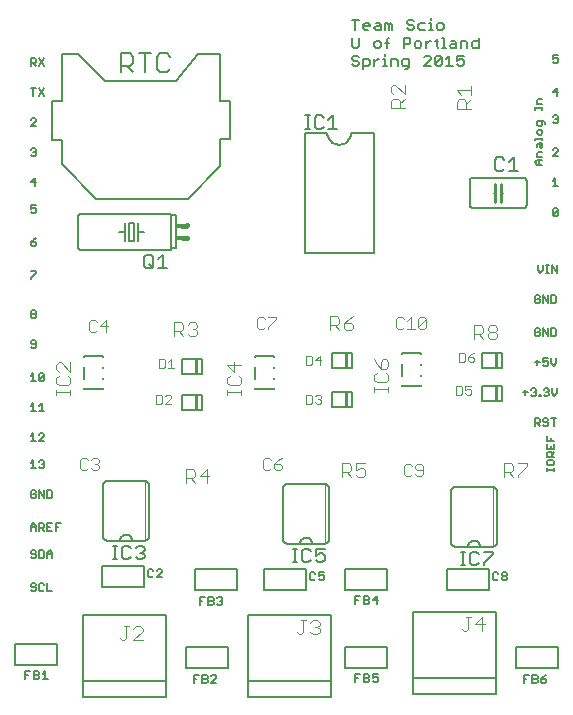
<source format=gto>
G75*
%MOIN*%
%OFA0B0*%
%FSLAX24Y24*%
%IPPOS*%
%LPD*%
%AMOC8*
5,1,8,0,0,1.08239X$1,22.5*
%
%ADD10C,0.0060*%
%ADD11C,0.0050*%
%ADD12C,0.0100*%
%ADD13C,0.0160*%
%ADD14R,0.0230X0.0160*%
%ADD15C,0.0040*%
%ADD16C,0.0020*%
%ADD17C,0.0080*%
%ADD18C,0.0030*%
D10*
X002410Y007132D02*
X002410Y007393D01*
X002583Y007393D01*
X002705Y007393D02*
X002835Y007393D01*
X002878Y007349D01*
X002878Y007306D01*
X002835Y007262D01*
X002705Y007262D01*
X002705Y007132D02*
X002835Y007132D01*
X002878Y007176D01*
X002878Y007219D01*
X002835Y007262D01*
X002999Y007306D02*
X003086Y007393D01*
X003086Y007132D01*
X002999Y007132D02*
X003173Y007132D01*
X002705Y007132D02*
X002705Y007393D01*
X002497Y007262D02*
X002410Y007262D01*
X005160Y011752D02*
X006400Y011752D01*
X006423Y011754D01*
X006446Y011759D01*
X006468Y011768D01*
X006488Y011781D01*
X006506Y011796D01*
X006521Y011814D01*
X006534Y011834D01*
X006543Y011856D01*
X006548Y011879D01*
X006550Y011902D01*
X006550Y013602D01*
X006548Y013625D01*
X006543Y013648D01*
X006534Y013670D01*
X006521Y013690D01*
X006506Y013708D01*
X006488Y013723D01*
X006468Y013736D01*
X006446Y013745D01*
X006423Y013750D01*
X006400Y013752D01*
X005160Y013752D01*
X005137Y013750D01*
X005114Y013745D01*
X005092Y013736D01*
X005072Y013723D01*
X005054Y013708D01*
X005039Y013690D01*
X005026Y013670D01*
X005017Y013648D01*
X005012Y013625D01*
X005010Y013602D01*
X005010Y011902D01*
X005012Y011879D01*
X005017Y011856D01*
X005026Y011834D01*
X005039Y011814D01*
X005054Y011796D01*
X005072Y011781D01*
X005092Y011768D01*
X005114Y011759D01*
X005137Y011754D01*
X005160Y011752D01*
X005580Y011752D02*
X005582Y011779D01*
X005587Y011806D01*
X005597Y011832D01*
X005609Y011856D01*
X005625Y011878D01*
X005643Y011898D01*
X005665Y011915D01*
X005688Y011930D01*
X005713Y011940D01*
X005739Y011948D01*
X005766Y011952D01*
X005794Y011952D01*
X005821Y011948D01*
X005847Y011940D01*
X005872Y011930D01*
X005895Y011915D01*
X005917Y011898D01*
X005935Y011878D01*
X005951Y011856D01*
X005963Y011832D01*
X005973Y011806D01*
X005978Y011779D01*
X005980Y011752D01*
X006553Y010793D02*
X006510Y010749D01*
X006510Y010576D01*
X006553Y010532D01*
X006640Y010532D01*
X006683Y010576D01*
X006805Y010532D02*
X006978Y010706D01*
X006978Y010749D01*
X006935Y010793D01*
X006848Y010793D01*
X006805Y010749D01*
X006683Y010749D02*
X006640Y010793D01*
X006553Y010793D01*
X006805Y010532D02*
X006978Y010532D01*
X008226Y009873D02*
X008226Y009612D01*
X008226Y009742D02*
X008313Y009742D01*
X008226Y009873D02*
X008400Y009873D01*
X008521Y009873D02*
X008651Y009873D01*
X008694Y009829D01*
X008694Y009786D01*
X008651Y009742D01*
X008521Y009742D01*
X008521Y009612D02*
X008651Y009612D01*
X008694Y009656D01*
X008694Y009699D01*
X008651Y009742D01*
X008521Y009612D02*
X008521Y009873D01*
X008815Y009829D02*
X008859Y009873D01*
X008945Y009873D01*
X008989Y009829D01*
X008989Y009786D01*
X008945Y009742D01*
X008989Y009699D01*
X008989Y009656D01*
X008945Y009612D01*
X008859Y009612D01*
X008815Y009656D01*
X008902Y009742D02*
X008945Y009742D01*
X008745Y007273D02*
X008659Y007273D01*
X008615Y007229D01*
X008494Y007229D02*
X008494Y007186D01*
X008451Y007142D01*
X008321Y007142D01*
X008321Y007012D02*
X008321Y007273D01*
X008451Y007273D01*
X008494Y007229D01*
X008451Y007142D02*
X008494Y007099D01*
X008494Y007056D01*
X008451Y007012D01*
X008321Y007012D01*
X008113Y007142D02*
X008026Y007142D01*
X008026Y007012D02*
X008026Y007273D01*
X008200Y007273D01*
X008615Y007012D02*
X008789Y007186D01*
X008789Y007229D01*
X008745Y007273D01*
X008789Y007012D02*
X008615Y007012D01*
X011953Y010432D02*
X012040Y010432D01*
X012083Y010476D01*
X012205Y010476D02*
X012248Y010432D01*
X012335Y010432D01*
X012378Y010476D01*
X012378Y010562D01*
X012335Y010606D01*
X012291Y010606D01*
X012205Y010562D01*
X012205Y010693D01*
X012378Y010693D01*
X012083Y010649D02*
X012040Y010693D01*
X011953Y010693D01*
X011910Y010649D01*
X011910Y010476D01*
X011953Y010432D01*
X011980Y011652D02*
X011978Y011679D01*
X011973Y011706D01*
X011963Y011732D01*
X011951Y011756D01*
X011935Y011778D01*
X011917Y011798D01*
X011895Y011815D01*
X011872Y011830D01*
X011847Y011840D01*
X011821Y011848D01*
X011794Y011852D01*
X011766Y011852D01*
X011739Y011848D01*
X011713Y011840D01*
X011688Y011830D01*
X011665Y011815D01*
X011643Y011798D01*
X011625Y011778D01*
X011609Y011756D01*
X011597Y011732D01*
X011587Y011706D01*
X011582Y011679D01*
X011580Y011652D01*
X011160Y011652D02*
X012400Y011652D01*
X012423Y011654D01*
X012446Y011659D01*
X012468Y011668D01*
X012488Y011681D01*
X012506Y011696D01*
X012521Y011714D01*
X012534Y011734D01*
X012543Y011756D01*
X012548Y011779D01*
X012550Y011802D01*
X012550Y013502D01*
X012548Y013525D01*
X012543Y013548D01*
X012534Y013570D01*
X012521Y013590D01*
X012506Y013608D01*
X012488Y013623D01*
X012468Y013636D01*
X012446Y013645D01*
X012423Y013650D01*
X012400Y013652D01*
X011160Y013652D01*
X011137Y013650D01*
X011114Y013645D01*
X011092Y013636D01*
X011072Y013623D01*
X011054Y013608D01*
X011039Y013590D01*
X011026Y013570D01*
X011017Y013548D01*
X011012Y013525D01*
X011010Y013502D01*
X011010Y011802D01*
X011012Y011779D01*
X011017Y011756D01*
X011026Y011734D01*
X011039Y011714D01*
X011054Y011696D01*
X011072Y011681D01*
X011092Y011668D01*
X011114Y011659D01*
X011137Y011654D01*
X011160Y011652D01*
X013410Y009893D02*
X013410Y009632D01*
X013410Y009762D02*
X013497Y009762D01*
X013583Y009893D02*
X013410Y009893D01*
X013705Y009893D02*
X013705Y009632D01*
X013835Y009632D01*
X013878Y009676D01*
X013878Y009719D01*
X013835Y009762D01*
X013705Y009762D01*
X013835Y009762D02*
X013878Y009806D01*
X013878Y009849D01*
X013835Y009893D01*
X013705Y009893D01*
X013999Y009762D02*
X014173Y009762D01*
X014129Y009632D02*
X014129Y009893D01*
X013999Y009762D01*
X013999Y007293D02*
X013999Y007162D01*
X014086Y007206D01*
X014129Y007206D01*
X014173Y007162D01*
X014173Y007076D01*
X014129Y007032D01*
X014043Y007032D01*
X013999Y007076D01*
X013878Y007076D02*
X013835Y007032D01*
X013705Y007032D01*
X013705Y007293D01*
X013835Y007293D01*
X013878Y007249D01*
X013878Y007206D01*
X013835Y007162D01*
X013705Y007162D01*
X013835Y007162D02*
X013878Y007119D01*
X013878Y007076D01*
X013999Y007293D02*
X014173Y007293D01*
X013583Y007293D02*
X013410Y007293D01*
X013410Y007032D01*
X013410Y007162D02*
X013497Y007162D01*
X016760Y011552D02*
X018000Y011552D01*
X018023Y011554D01*
X018046Y011559D01*
X018068Y011568D01*
X018088Y011581D01*
X018106Y011596D01*
X018121Y011614D01*
X018134Y011634D01*
X018143Y011656D01*
X018148Y011679D01*
X018150Y011702D01*
X018150Y013402D01*
X018148Y013425D01*
X018143Y013448D01*
X018134Y013470D01*
X018121Y013490D01*
X018106Y013508D01*
X018088Y013523D01*
X018068Y013536D01*
X018046Y013545D01*
X018023Y013550D01*
X018000Y013552D01*
X016760Y013552D01*
X016737Y013550D01*
X016714Y013545D01*
X016692Y013536D01*
X016672Y013523D01*
X016654Y013508D01*
X016639Y013490D01*
X016626Y013470D01*
X016617Y013448D01*
X016612Y013425D01*
X016610Y013402D01*
X016610Y011702D01*
X016612Y011679D01*
X016617Y011656D01*
X016626Y011634D01*
X016639Y011614D01*
X016654Y011596D01*
X016672Y011581D01*
X016692Y011568D01*
X016714Y011559D01*
X016737Y011554D01*
X016760Y011552D01*
X017180Y011552D02*
X017182Y011579D01*
X017187Y011606D01*
X017197Y011632D01*
X017209Y011656D01*
X017225Y011678D01*
X017243Y011698D01*
X017265Y011715D01*
X017288Y011730D01*
X017313Y011740D01*
X017339Y011748D01*
X017366Y011752D01*
X017394Y011752D01*
X017421Y011748D01*
X017447Y011740D01*
X017472Y011730D01*
X017495Y011715D01*
X017517Y011698D01*
X017535Y011678D01*
X017551Y011656D01*
X017563Y011632D01*
X017573Y011606D01*
X017578Y011579D01*
X017580Y011552D01*
X018053Y010693D02*
X018010Y010649D01*
X018010Y010476D01*
X018053Y010432D01*
X018140Y010432D01*
X018183Y010476D01*
X018305Y010476D02*
X018305Y010519D01*
X018348Y010562D01*
X018435Y010562D01*
X018478Y010519D01*
X018478Y010476D01*
X018435Y010432D01*
X018348Y010432D01*
X018305Y010476D01*
X018348Y010562D02*
X018305Y010606D01*
X018305Y010649D01*
X018348Y010693D01*
X018435Y010693D01*
X018478Y010649D01*
X018478Y010606D01*
X018435Y010562D01*
X018183Y010649D02*
X018140Y010693D01*
X018053Y010693D01*
X019026Y007273D02*
X019200Y007273D01*
X019321Y007273D02*
X019451Y007273D01*
X019494Y007229D01*
X019494Y007186D01*
X019451Y007142D01*
X019321Y007142D01*
X019321Y007012D02*
X019321Y007273D01*
X019451Y007142D02*
X019494Y007099D01*
X019494Y007056D01*
X019451Y007012D01*
X019321Y007012D01*
X019113Y007142D02*
X019026Y007142D01*
X019026Y007012D02*
X019026Y007273D01*
X019615Y007142D02*
X019745Y007142D01*
X019789Y007099D01*
X019789Y007056D01*
X019745Y007012D01*
X019659Y007012D01*
X019615Y007056D01*
X019615Y007142D01*
X019702Y007229D01*
X019789Y007273D01*
X015599Y016893D02*
X014961Y016893D01*
X014961Y016930D01*
X014961Y017247D02*
X014961Y017658D01*
X014961Y017975D02*
X014961Y018012D01*
X015599Y018012D01*
X015599Y017975D01*
X015599Y017658D02*
X015599Y017621D01*
X015599Y017284D02*
X015599Y017247D01*
X015599Y016930D02*
X015599Y016893D01*
X014030Y021352D02*
X011730Y021352D01*
X011730Y025352D01*
X012480Y025352D01*
X012482Y025313D01*
X012488Y025274D01*
X012497Y025236D01*
X012510Y025199D01*
X012527Y025163D01*
X012547Y025130D01*
X012571Y025098D01*
X012597Y025069D01*
X012626Y025043D01*
X012658Y025019D01*
X012691Y024999D01*
X012727Y024982D01*
X012764Y024969D01*
X012802Y024960D01*
X012841Y024954D01*
X012880Y024952D01*
X012919Y024954D01*
X012958Y024960D01*
X012996Y024969D01*
X013033Y024982D01*
X013069Y024999D01*
X013102Y025019D01*
X013134Y025043D01*
X013163Y025069D01*
X013189Y025098D01*
X013213Y025130D01*
X013233Y025163D01*
X013250Y025199D01*
X013263Y025236D01*
X013272Y025274D01*
X013278Y025313D01*
X013280Y025352D01*
X014030Y025352D01*
X014030Y021352D01*
X017230Y022952D02*
X017230Y023752D01*
X017232Y023769D01*
X017236Y023786D01*
X017243Y023802D01*
X017253Y023816D01*
X017266Y023829D01*
X017280Y023839D01*
X017296Y023846D01*
X017313Y023850D01*
X017330Y023852D01*
X019030Y023852D01*
X019047Y023850D01*
X019064Y023846D01*
X019080Y023839D01*
X019094Y023829D01*
X019107Y023816D01*
X019117Y023802D01*
X019124Y023786D01*
X019128Y023769D01*
X019130Y023752D01*
X019130Y022952D01*
X019128Y022935D01*
X019124Y022918D01*
X019117Y022902D01*
X019107Y022888D01*
X019094Y022875D01*
X019080Y022865D01*
X019064Y022858D01*
X019047Y022854D01*
X019030Y022852D01*
X017330Y022852D01*
X017313Y022854D01*
X017296Y022858D01*
X017280Y022865D01*
X017266Y022875D01*
X017253Y022888D01*
X017243Y022902D01*
X017236Y022918D01*
X017232Y022935D01*
X017230Y022952D01*
X018030Y023352D02*
X018080Y023352D01*
X018280Y023352D02*
X018330Y023352D01*
X016979Y027582D02*
X016866Y027582D01*
X016809Y027639D01*
X016809Y027753D02*
X016922Y027809D01*
X016979Y027809D01*
X017036Y027753D01*
X017036Y027639D01*
X016979Y027582D01*
X016809Y027753D02*
X016809Y027923D01*
X017036Y027923D01*
X016932Y028182D02*
X016932Y028409D01*
X017102Y028409D01*
X017159Y028353D01*
X017159Y028182D01*
X017300Y028239D02*
X017300Y028353D01*
X017357Y028409D01*
X017527Y028409D01*
X017527Y028523D02*
X017527Y028182D01*
X017357Y028182D01*
X017300Y028239D01*
X016790Y028182D02*
X016620Y028182D01*
X016563Y028239D01*
X016620Y028296D01*
X016790Y028296D01*
X016790Y028353D02*
X016790Y028182D01*
X016790Y028353D02*
X016734Y028409D01*
X016620Y028409D01*
X016375Y028523D02*
X016375Y028182D01*
X016431Y028182D02*
X016318Y028182D01*
X016186Y028182D02*
X016129Y028239D01*
X016129Y028466D01*
X016072Y028409D02*
X016186Y028409D01*
X016318Y028523D02*
X016375Y028523D01*
X016304Y028782D02*
X016190Y028782D01*
X016134Y028839D01*
X016134Y028953D01*
X016190Y029009D01*
X016304Y029009D01*
X016361Y028953D01*
X016361Y028839D01*
X016304Y028782D01*
X016002Y028782D02*
X015888Y028782D01*
X015945Y028782D02*
X015945Y029009D01*
X015888Y029009D01*
X015945Y029123D02*
X015945Y029179D01*
X015747Y029009D02*
X015577Y029009D01*
X015520Y028953D01*
X015520Y028839D01*
X015577Y028782D01*
X015747Y028782D01*
X015378Y028839D02*
X015322Y028782D01*
X015208Y028782D01*
X015152Y028839D01*
X015208Y028953D02*
X015322Y028953D01*
X015378Y028896D01*
X015378Y028839D01*
X015208Y028953D02*
X015152Y029009D01*
X015152Y029066D01*
X015208Y029123D01*
X015322Y029123D01*
X015378Y029066D01*
X015199Y028523D02*
X015029Y028523D01*
X015029Y028182D01*
X015029Y028296D02*
X015199Y028296D01*
X015256Y028353D01*
X015256Y028466D01*
X015199Y028523D01*
X015397Y028353D02*
X015397Y028239D01*
X015454Y028182D01*
X015567Y028182D01*
X015624Y028239D01*
X015624Y028353D01*
X015567Y028409D01*
X015454Y028409D01*
X015397Y028353D01*
X015765Y028409D02*
X015765Y028182D01*
X015765Y028296D02*
X015879Y028409D01*
X015936Y028409D01*
X015874Y027923D02*
X015761Y027923D01*
X015704Y027866D01*
X015874Y027923D02*
X015931Y027866D01*
X015931Y027809D01*
X015704Y027582D01*
X015931Y027582D01*
X016072Y027639D02*
X016072Y027866D01*
X016129Y027923D01*
X016243Y027923D01*
X016299Y027866D01*
X016072Y027639D01*
X016129Y027582D01*
X016243Y027582D01*
X016299Y027639D01*
X016299Y027866D01*
X016441Y027809D02*
X016554Y027923D01*
X016554Y027582D01*
X016441Y027582D02*
X016668Y027582D01*
X015194Y027582D02*
X015024Y027582D01*
X014967Y027639D01*
X014967Y027753D01*
X015024Y027809D01*
X015194Y027809D01*
X015194Y027526D01*
X015138Y027469D01*
X015081Y027469D01*
X014826Y027582D02*
X014826Y027753D01*
X014769Y027809D01*
X014599Y027809D01*
X014599Y027582D01*
X014467Y027582D02*
X014354Y027582D01*
X014410Y027582D02*
X014410Y027809D01*
X014354Y027809D01*
X014410Y027923D02*
X014410Y027979D01*
X014472Y028182D02*
X014472Y028466D01*
X014528Y028523D01*
X014528Y028353D02*
X014415Y028353D01*
X014273Y028353D02*
X014217Y028409D01*
X014103Y028409D01*
X014047Y028353D01*
X014047Y028239D01*
X014103Y028182D01*
X014217Y028182D01*
X014273Y028239D01*
X014273Y028353D01*
X014217Y027809D02*
X014160Y027809D01*
X014047Y027696D01*
X014047Y027809D02*
X014047Y027582D01*
X013905Y027639D02*
X013848Y027582D01*
X013678Y027582D01*
X013678Y027469D02*
X013678Y027809D01*
X013848Y027809D01*
X013905Y027753D01*
X013905Y027639D01*
X013537Y027639D02*
X013480Y027582D01*
X013367Y027582D01*
X013310Y027639D01*
X013367Y027753D02*
X013310Y027809D01*
X013310Y027866D01*
X013367Y027923D01*
X013480Y027923D01*
X013537Y027866D01*
X013480Y027753D02*
X013537Y027696D01*
X013537Y027639D01*
X013480Y027753D02*
X013367Y027753D01*
X013367Y028182D02*
X013310Y028239D01*
X013310Y028523D01*
X013423Y028782D02*
X013423Y029123D01*
X013310Y029123D02*
X013537Y029123D01*
X013678Y028953D02*
X013735Y029009D01*
X013848Y029009D01*
X013905Y028953D01*
X013905Y028896D01*
X013678Y028896D01*
X013678Y028839D02*
X013678Y028953D01*
X013678Y028839D02*
X013735Y028782D01*
X013848Y028782D01*
X014047Y028839D02*
X014103Y028896D01*
X014273Y028896D01*
X014273Y028953D02*
X014273Y028782D01*
X014103Y028782D01*
X014047Y028839D01*
X014103Y029009D02*
X014217Y029009D01*
X014273Y028953D01*
X014415Y029009D02*
X014415Y028782D01*
X014528Y028782D02*
X014528Y028953D01*
X014585Y029009D01*
X014642Y028953D01*
X014642Y028782D01*
X014528Y028953D02*
X014472Y029009D01*
X014415Y029009D01*
X013537Y028523D02*
X013537Y028239D01*
X013480Y028182D01*
X013367Y028182D01*
X007430Y022602D02*
X007430Y021502D01*
X007280Y021502D01*
X007280Y022602D01*
X007280Y022652D01*
X004280Y022652D01*
X004263Y022650D01*
X004246Y022646D01*
X004230Y022639D01*
X004216Y022629D01*
X004203Y022616D01*
X004193Y022602D01*
X004186Y022586D01*
X004182Y022569D01*
X004180Y022552D01*
X004180Y021552D01*
X004182Y021535D01*
X004186Y021518D01*
X004193Y021502D01*
X004203Y021488D01*
X004216Y021475D01*
X004230Y021465D01*
X004246Y021458D01*
X004263Y021454D01*
X004280Y021452D01*
X007280Y021452D01*
X007280Y021502D01*
X006380Y022052D02*
X006180Y022052D01*
X006180Y022352D01*
X006030Y022352D02*
X005880Y022352D01*
X005880Y021752D01*
X006030Y021752D01*
X006030Y022352D01*
X005730Y022352D02*
X005730Y022052D01*
X005530Y022052D01*
X005730Y022052D02*
X005730Y021752D01*
X006180Y021752D02*
X006180Y022052D01*
X007280Y022602D02*
X007430Y022602D01*
X004999Y017912D02*
X004361Y017912D01*
X004361Y017875D01*
X004361Y017558D02*
X004361Y017147D01*
X004361Y016830D02*
X004361Y016793D01*
X004999Y016793D01*
X004999Y016830D01*
X004999Y017147D02*
X004999Y017184D01*
X004999Y017521D02*
X004999Y017558D01*
X004999Y017875D02*
X004999Y017912D01*
X010061Y017875D02*
X010061Y017912D01*
X010699Y017912D01*
X010699Y017875D01*
X010699Y017558D02*
X010699Y017521D01*
X010699Y017184D02*
X010699Y017147D01*
X010699Y016830D02*
X010699Y016793D01*
X010061Y016793D01*
X010061Y016830D01*
X010061Y017147D02*
X010061Y017558D01*
D11*
X007097Y006535D02*
X004341Y006535D01*
X004341Y007086D01*
X007097Y007086D01*
X007097Y009291D01*
X004341Y009291D01*
X004341Y007086D01*
X003324Y010077D02*
X003157Y010077D01*
X003157Y010328D01*
X003048Y010286D02*
X003006Y010328D01*
X002923Y010328D01*
X002881Y010286D01*
X002881Y010119D01*
X002923Y010077D01*
X003006Y010077D01*
X003048Y010119D01*
X002772Y010119D02*
X002730Y010077D01*
X002647Y010077D01*
X002605Y010119D01*
X002647Y010202D02*
X002730Y010202D01*
X002772Y010161D01*
X002772Y010119D01*
X002647Y010202D02*
X002605Y010244D01*
X002605Y010286D01*
X002647Y010328D01*
X002730Y010328D01*
X002772Y010286D01*
X002730Y011177D02*
X002647Y011177D01*
X002605Y011219D01*
X002647Y011302D02*
X002730Y011302D01*
X002772Y011261D01*
X002772Y011219D01*
X002730Y011177D01*
X002647Y011302D02*
X002605Y011344D01*
X002605Y011386D01*
X002647Y011428D01*
X002730Y011428D01*
X002772Y011386D01*
X002881Y011428D02*
X003006Y011428D01*
X003048Y011386D01*
X003048Y011219D01*
X003006Y011177D01*
X002881Y011177D01*
X002881Y011428D01*
X003157Y011344D02*
X003157Y011177D01*
X003157Y011302D02*
X003324Y011302D01*
X003324Y011344D02*
X003324Y011177D01*
X003324Y011344D02*
X003241Y011428D01*
X003157Y011344D01*
X003157Y012077D02*
X003324Y012077D01*
X003434Y012077D02*
X003434Y012328D01*
X003601Y012328D01*
X003517Y012202D02*
X003434Y012202D01*
X003324Y012328D02*
X003157Y012328D01*
X003157Y012077D01*
X003048Y012077D02*
X002965Y012161D01*
X003006Y012161D02*
X002881Y012161D01*
X002881Y012077D02*
X002881Y012328D01*
X003006Y012328D01*
X003048Y012286D01*
X003048Y012202D01*
X003006Y012161D01*
X003157Y012202D02*
X003241Y012202D01*
X002772Y012202D02*
X002605Y012202D01*
X002605Y012244D02*
X002605Y012077D01*
X002772Y012077D02*
X002772Y012244D01*
X002688Y012328D01*
X002605Y012244D01*
X002647Y013177D02*
X002730Y013177D01*
X002772Y013219D01*
X002772Y013302D01*
X002688Y013302D01*
X002605Y013219D02*
X002647Y013177D01*
X002605Y013219D02*
X002605Y013386D01*
X002647Y013428D01*
X002730Y013428D01*
X002772Y013386D01*
X002881Y013428D02*
X003048Y013177D01*
X003048Y013428D01*
X003157Y013428D02*
X003283Y013428D01*
X003324Y013386D01*
X003324Y013219D01*
X003283Y013177D01*
X003157Y013177D01*
X003157Y013428D01*
X002881Y013428D02*
X002881Y013177D01*
X002923Y014177D02*
X002881Y014219D01*
X002923Y014177D02*
X003006Y014177D01*
X003048Y014219D01*
X003048Y014261D01*
X003006Y014302D01*
X002965Y014302D01*
X003006Y014302D02*
X003048Y014344D01*
X003048Y014386D01*
X003006Y014428D01*
X002923Y014428D01*
X002881Y014386D01*
X002688Y014428D02*
X002688Y014177D01*
X002605Y014177D02*
X002772Y014177D01*
X002605Y014344D02*
X002688Y014428D01*
X002688Y015077D02*
X002688Y015328D01*
X002605Y015244D01*
X002605Y015077D02*
X002772Y015077D01*
X002881Y015077D02*
X003048Y015244D01*
X003048Y015286D01*
X003006Y015328D01*
X002923Y015328D01*
X002881Y015286D01*
X002881Y015077D02*
X003048Y015077D01*
X003048Y016077D02*
X002881Y016077D01*
X002965Y016077D02*
X002965Y016328D01*
X002881Y016244D01*
X002772Y016077D02*
X002605Y016077D01*
X002688Y016077D02*
X002688Y016328D01*
X002605Y016244D01*
X002605Y017077D02*
X002772Y017077D01*
X002688Y017077D02*
X002688Y017328D01*
X002605Y017244D01*
X002881Y017286D02*
X002923Y017328D01*
X003006Y017328D01*
X003048Y017286D01*
X002881Y017119D01*
X002923Y017077D01*
X003006Y017077D01*
X003048Y017119D01*
X003048Y017286D01*
X002881Y017286D02*
X002881Y017119D01*
X002730Y018177D02*
X002647Y018177D01*
X002605Y018219D01*
X002647Y018302D02*
X002772Y018302D01*
X002772Y018219D02*
X002772Y018386D01*
X002730Y018428D01*
X002647Y018428D01*
X002605Y018386D01*
X002605Y018344D01*
X002647Y018302D01*
X002730Y018177D02*
X002772Y018219D01*
X002730Y019177D02*
X002647Y019177D01*
X002605Y019219D01*
X002605Y019261D01*
X002647Y019302D01*
X002730Y019302D01*
X002772Y019261D01*
X002772Y019219D01*
X002730Y019177D01*
X002730Y019302D02*
X002772Y019344D01*
X002772Y019386D01*
X002730Y019428D01*
X002647Y019428D01*
X002605Y019386D01*
X002605Y019344D01*
X002647Y019302D01*
X002605Y020477D02*
X002605Y020519D01*
X002772Y020686D01*
X002772Y020728D01*
X002605Y020728D01*
X002647Y021577D02*
X002730Y021577D01*
X002772Y021619D01*
X002772Y021661D01*
X002730Y021702D01*
X002605Y021702D01*
X002605Y021619D01*
X002647Y021577D01*
X002605Y021702D02*
X002688Y021786D01*
X002772Y021828D01*
X002730Y022677D02*
X002647Y022677D01*
X002605Y022719D01*
X002605Y022802D02*
X002688Y022844D01*
X002730Y022844D01*
X002772Y022802D01*
X002772Y022719D01*
X002730Y022677D01*
X002605Y022802D02*
X002605Y022928D01*
X002772Y022928D01*
X002730Y023577D02*
X002730Y023828D01*
X002605Y023702D01*
X002772Y023702D01*
X002730Y024577D02*
X002647Y024577D01*
X002605Y024619D01*
X002688Y024702D02*
X002730Y024702D01*
X002772Y024661D01*
X002772Y024619D01*
X002730Y024577D01*
X002730Y024702D02*
X002772Y024744D01*
X002772Y024786D01*
X002730Y024828D01*
X002647Y024828D01*
X002605Y024786D01*
X002605Y025577D02*
X002772Y025744D01*
X002772Y025786D01*
X002730Y025828D01*
X002647Y025828D01*
X002605Y025786D01*
X002605Y025577D02*
X002772Y025577D01*
X003306Y025107D02*
X003306Y026398D01*
X003658Y026398D01*
X003658Y027971D01*
X004180Y027971D01*
X005080Y027086D01*
X007437Y027086D01*
X008180Y027971D01*
X008902Y027971D01*
X008902Y026398D01*
X009254Y026398D01*
X009254Y025146D01*
X008902Y025146D01*
X008902Y024246D01*
X007847Y023130D01*
X004774Y023130D01*
X003658Y024307D01*
X003658Y025107D01*
X003306Y025107D01*
X003048Y026577D02*
X002881Y026828D01*
X002772Y026828D02*
X002605Y026828D01*
X002688Y026828D02*
X002688Y026577D01*
X002881Y026577D02*
X003048Y026828D01*
X003048Y027577D02*
X002881Y027828D01*
X002772Y027786D02*
X002772Y027702D01*
X002730Y027661D01*
X002605Y027661D01*
X002688Y027661D02*
X002772Y027577D01*
X002881Y027577D02*
X003048Y027828D01*
X002772Y027786D02*
X002730Y027828D01*
X002605Y027828D01*
X002605Y027577D01*
X005605Y027586D02*
X005910Y027586D01*
X006012Y027688D01*
X006012Y027892D01*
X005910Y027993D01*
X005605Y027993D01*
X005605Y027383D01*
X005809Y027586D02*
X006012Y027383D01*
X006416Y027383D02*
X006416Y027993D01*
X006213Y027993D02*
X006620Y027993D01*
X006820Y027892D02*
X006820Y027485D01*
X006922Y027383D01*
X007126Y027383D01*
X007227Y027485D01*
X007227Y027892D02*
X007126Y027993D01*
X006922Y027993D01*
X006820Y027892D01*
X011755Y025928D02*
X011905Y025928D01*
X011830Y025928D02*
X011830Y025477D01*
X011755Y025477D02*
X011905Y025477D01*
X012062Y025552D02*
X012062Y025853D01*
X012137Y025928D01*
X012287Y025928D01*
X012362Y025853D01*
X012522Y025778D02*
X012672Y025928D01*
X012672Y025477D01*
X012522Y025477D02*
X012823Y025477D01*
X012362Y025552D02*
X012287Y025477D01*
X012137Y025477D01*
X012062Y025552D01*
X006995Y021278D02*
X006995Y020827D01*
X006845Y020827D02*
X007145Y020827D01*
X006845Y021128D02*
X006995Y021278D01*
X006684Y021203D02*
X006684Y020902D01*
X006609Y020827D01*
X006459Y020827D01*
X006384Y020902D01*
X006384Y021203D01*
X006459Y021278D01*
X006609Y021278D01*
X006684Y021203D01*
X006534Y020977D02*
X006684Y020827D01*
X007645Y017808D02*
X007645Y017296D01*
X008315Y017296D01*
X008315Y017808D01*
X007645Y017808D01*
X008098Y017789D02*
X008098Y017316D01*
X008137Y017316D01*
X008137Y017789D01*
X008315Y016608D02*
X007645Y016608D01*
X007645Y016096D01*
X008315Y016096D01*
X008315Y016608D01*
X008137Y016589D02*
X008137Y016116D01*
X008098Y016116D01*
X008098Y016589D01*
X006320Y011578D02*
X006170Y011578D01*
X006095Y011503D01*
X005934Y011503D02*
X005859Y011578D01*
X005709Y011578D01*
X005634Y011503D01*
X005634Y011202D01*
X005709Y011127D01*
X005859Y011127D01*
X005934Y011202D01*
X006095Y011202D02*
X006170Y011127D01*
X006320Y011127D01*
X006395Y011202D01*
X006395Y011277D01*
X006320Y011353D01*
X006245Y011353D01*
X006320Y011353D02*
X006395Y011428D01*
X006395Y011503D01*
X006320Y011578D01*
X005477Y011578D02*
X005327Y011578D01*
X005402Y011578D02*
X005402Y011127D01*
X005327Y011127D02*
X005477Y011127D01*
X007097Y007086D02*
X007097Y006535D01*
X009841Y006535D02*
X012597Y006535D01*
X012597Y007086D01*
X009841Y007086D01*
X009841Y006535D01*
X009841Y007086D02*
X009841Y009291D01*
X012597Y009291D01*
X012597Y007086D01*
X015341Y007186D02*
X015341Y006635D01*
X018097Y006635D01*
X018097Y007186D01*
X015341Y007186D01*
X015341Y009391D01*
X018097Y009391D01*
X018097Y007186D01*
X017695Y010927D02*
X017695Y011002D01*
X017995Y011303D01*
X017995Y011378D01*
X017695Y011378D01*
X017534Y011303D02*
X017459Y011378D01*
X017309Y011378D01*
X017234Y011303D01*
X017234Y011002D01*
X017309Y010927D01*
X017459Y010927D01*
X017534Y011002D01*
X017077Y010927D02*
X016927Y010927D01*
X017002Y010927D02*
X017002Y011378D01*
X016927Y011378D02*
X017077Y011378D01*
X019805Y014077D02*
X019805Y014161D01*
X019805Y014119D02*
X020055Y014119D01*
X020055Y014077D02*
X020055Y014161D01*
X020013Y014262D02*
X020055Y014303D01*
X020055Y014387D01*
X020013Y014428D01*
X019846Y014428D01*
X019805Y014387D01*
X019805Y014303D01*
X019846Y014262D01*
X020013Y014262D01*
X019972Y014538D02*
X019972Y014663D01*
X019930Y014705D01*
X019846Y014705D01*
X019805Y014663D01*
X019805Y014538D01*
X020055Y014538D01*
X019972Y014621D02*
X020055Y014705D01*
X020055Y014814D02*
X020055Y014981D01*
X020055Y015090D02*
X019805Y015090D01*
X019805Y015257D01*
X019930Y015174D02*
X019930Y015090D01*
X019805Y014981D02*
X019805Y014814D01*
X020055Y014814D01*
X019930Y014814D02*
X019930Y014897D01*
X020041Y015577D02*
X020041Y015828D01*
X020124Y015828D02*
X019957Y015828D01*
X019848Y015786D02*
X019806Y015828D01*
X019723Y015828D01*
X019681Y015786D01*
X019681Y015744D01*
X019723Y015702D01*
X019806Y015702D01*
X019848Y015661D01*
X019848Y015619D01*
X019806Y015577D01*
X019723Y015577D01*
X019681Y015619D01*
X019572Y015577D02*
X019488Y015661D01*
X019530Y015661D02*
X019405Y015661D01*
X019405Y015577D02*
X019405Y015828D01*
X019530Y015828D01*
X019572Y015786D01*
X019572Y015702D01*
X019530Y015661D01*
X019557Y016577D02*
X019599Y016577D01*
X019599Y016619D01*
X019557Y016619D01*
X019557Y016577D01*
X019448Y016619D02*
X019406Y016577D01*
X019323Y016577D01*
X019281Y016619D01*
X019365Y016702D02*
X019406Y016702D01*
X019448Y016661D01*
X019448Y016619D01*
X019406Y016702D02*
X019448Y016744D01*
X019448Y016786D01*
X019406Y016828D01*
X019323Y016828D01*
X019281Y016786D01*
X019172Y016702D02*
X019005Y016702D01*
X019088Y016619D02*
X019088Y016786D01*
X019696Y016786D02*
X019737Y016828D01*
X019821Y016828D01*
X019862Y016786D01*
X019862Y016744D01*
X019821Y016702D01*
X019862Y016661D01*
X019862Y016619D01*
X019821Y016577D01*
X019737Y016577D01*
X019696Y016619D01*
X019779Y016702D02*
X019821Y016702D01*
X019972Y016661D02*
X019972Y016828D01*
X020139Y016828D02*
X020139Y016661D01*
X020055Y016577D01*
X019972Y016661D01*
X020041Y017577D02*
X020124Y017661D01*
X020124Y017828D01*
X019957Y017828D02*
X019957Y017661D01*
X020041Y017577D01*
X019848Y017619D02*
X019806Y017577D01*
X019723Y017577D01*
X019681Y017619D01*
X019681Y017702D02*
X019765Y017744D01*
X019806Y017744D01*
X019848Y017702D01*
X019848Y017619D01*
X019681Y017702D02*
X019681Y017828D01*
X019848Y017828D01*
X019572Y017702D02*
X019405Y017702D01*
X019488Y017619D02*
X019488Y017786D01*
X019447Y018577D02*
X019530Y018577D01*
X019572Y018619D01*
X019572Y018702D01*
X019488Y018702D01*
X019405Y018619D02*
X019405Y018786D01*
X019447Y018828D01*
X019530Y018828D01*
X019572Y018786D01*
X019681Y018828D02*
X019848Y018577D01*
X019848Y018828D01*
X019957Y018828D02*
X019957Y018577D01*
X020083Y018577D01*
X020124Y018619D01*
X020124Y018786D01*
X020083Y018828D01*
X019957Y018828D01*
X019681Y018828D02*
X019681Y018577D01*
X019447Y018577D02*
X019405Y018619D01*
X019447Y019677D02*
X019530Y019677D01*
X019572Y019719D01*
X019572Y019802D01*
X019488Y019802D01*
X019405Y019719D02*
X019447Y019677D01*
X019405Y019719D02*
X019405Y019886D01*
X019447Y019928D01*
X019530Y019928D01*
X019572Y019886D01*
X019681Y019928D02*
X019848Y019677D01*
X019848Y019928D01*
X019957Y019928D02*
X019957Y019677D01*
X020083Y019677D01*
X020124Y019719D01*
X020124Y019886D01*
X020083Y019928D01*
X019957Y019928D01*
X019681Y019928D02*
X019681Y019677D01*
X019588Y020677D02*
X019672Y020761D01*
X019672Y020928D01*
X019781Y020928D02*
X019865Y020928D01*
X019823Y020928D02*
X019823Y020677D01*
X019781Y020677D02*
X019865Y020677D01*
X019965Y020677D02*
X019965Y020928D01*
X020132Y020677D01*
X020132Y020928D01*
X019588Y020677D02*
X019505Y020761D01*
X019505Y020928D01*
X020047Y022577D02*
X020005Y022619D01*
X020172Y022786D01*
X020172Y022619D01*
X020130Y022577D01*
X020047Y022577D01*
X020005Y022619D02*
X020005Y022786D01*
X020047Y022828D01*
X020130Y022828D01*
X020172Y022786D01*
X020172Y023577D02*
X020005Y023577D01*
X020088Y023577D02*
X020088Y023828D01*
X020005Y023744D01*
X019655Y024277D02*
X019488Y024277D01*
X019405Y024361D01*
X019488Y024444D01*
X019655Y024444D01*
X019655Y024554D02*
X019488Y024554D01*
X019488Y024679D01*
X019530Y024720D01*
X019655Y024720D01*
X019613Y024830D02*
X019572Y024872D01*
X019572Y024997D01*
X019530Y024997D02*
X019655Y024997D01*
X019655Y024872D01*
X019613Y024830D01*
X019488Y024872D02*
X019488Y024955D01*
X019530Y024997D01*
X019655Y025106D02*
X019655Y025189D01*
X019655Y025148D02*
X019405Y025148D01*
X019405Y025106D01*
X019530Y025290D02*
X019613Y025290D01*
X019655Y025332D01*
X019655Y025415D01*
X019613Y025457D01*
X019530Y025457D01*
X019488Y025415D01*
X019488Y025332D01*
X019530Y025290D01*
X019530Y025566D02*
X019613Y025566D01*
X019655Y025608D01*
X019655Y025733D01*
X019697Y025733D02*
X019488Y025733D01*
X019488Y025608D01*
X019530Y025566D01*
X019738Y025650D02*
X019738Y025692D01*
X019697Y025733D01*
X020005Y025719D02*
X020047Y025677D01*
X020130Y025677D01*
X020172Y025719D01*
X020172Y025761D01*
X020130Y025802D01*
X020088Y025802D01*
X020130Y025802D02*
X020172Y025844D01*
X020172Y025886D01*
X020130Y025928D01*
X020047Y025928D01*
X020005Y025886D01*
X019655Y026119D02*
X019655Y026202D01*
X019655Y026161D02*
X019405Y026161D01*
X019405Y026202D02*
X019405Y026119D01*
X019488Y026303D02*
X019488Y026428D01*
X019530Y026470D01*
X019655Y026470D01*
X019655Y026303D02*
X019488Y026303D01*
X020005Y026702D02*
X020172Y026702D01*
X020130Y026577D02*
X020130Y026828D01*
X020005Y026702D01*
X020047Y027677D02*
X020005Y027719D01*
X020047Y027677D02*
X020130Y027677D01*
X020172Y027719D01*
X020172Y027802D01*
X020130Y027844D01*
X020088Y027844D01*
X020005Y027802D01*
X020005Y027928D01*
X020172Y027928D01*
X020130Y024828D02*
X020047Y024828D01*
X020005Y024786D01*
X020130Y024828D02*
X020172Y024786D01*
X020172Y024744D01*
X020005Y024577D01*
X020172Y024577D01*
X019530Y024444D02*
X019530Y024277D01*
X018845Y024077D02*
X018545Y024077D01*
X018695Y024077D02*
X018695Y024528D01*
X018545Y024378D01*
X018384Y024453D02*
X018309Y024528D01*
X018159Y024528D01*
X018084Y024453D01*
X018084Y024152D01*
X018159Y024077D01*
X018309Y024077D01*
X018384Y024152D01*
X018315Y018008D02*
X017645Y018008D01*
X017645Y017496D01*
X018315Y017496D01*
X018315Y018008D01*
X018137Y017989D02*
X018137Y017516D01*
X018098Y017516D01*
X018098Y017989D01*
X018098Y016889D02*
X018098Y016416D01*
X018137Y016416D01*
X018137Y016889D01*
X018315Y016908D02*
X018315Y016396D01*
X017645Y016396D01*
X017645Y016908D01*
X018315Y016908D01*
X013315Y016708D02*
X013315Y016196D01*
X012645Y016196D01*
X012645Y016708D01*
X013315Y016708D01*
X013137Y016689D02*
X013137Y016216D01*
X013098Y016216D01*
X013098Y016689D01*
X013098Y017516D02*
X013098Y017989D01*
X013137Y017989D02*
X013137Y017516D01*
X013098Y017516D01*
X013315Y017496D02*
X013315Y018008D01*
X012645Y018008D01*
X012645Y017496D01*
X013315Y017496D01*
X012395Y011478D02*
X012095Y011478D01*
X012095Y011253D01*
X012245Y011328D01*
X012320Y011328D01*
X012395Y011253D01*
X012395Y011102D01*
X012320Y011027D01*
X012170Y011027D01*
X012095Y011102D01*
X011934Y011102D02*
X011859Y011027D01*
X011709Y011027D01*
X011634Y011102D01*
X011634Y011403D01*
X011709Y011478D01*
X011859Y011478D01*
X011934Y011403D01*
X011477Y011478D02*
X011327Y011478D01*
X011402Y011478D02*
X011402Y011027D01*
X011327Y011027D02*
X011477Y011027D01*
D12*
X018080Y023052D02*
X018080Y023352D01*
X018080Y023652D01*
X018280Y023652D02*
X018280Y023352D01*
X018280Y023052D01*
D13*
X007800Y022272D02*
X007780Y022252D01*
X007630Y022252D01*
X007680Y021852D02*
X007780Y021852D01*
X007800Y021832D01*
D14*
X007565Y021852D03*
X007565Y022252D03*
D15*
X007609Y019033D02*
X007379Y019033D01*
X007379Y018572D01*
X007379Y018726D02*
X007609Y018726D01*
X007686Y018803D01*
X007686Y018956D01*
X007609Y019033D01*
X007840Y018956D02*
X007916Y019033D01*
X008070Y019033D01*
X008147Y018956D01*
X008147Y018879D01*
X008070Y018803D01*
X008147Y018726D01*
X008147Y018649D01*
X008070Y018572D01*
X007916Y018572D01*
X007840Y018649D01*
X007686Y018572D02*
X007533Y018726D01*
X007993Y018803D02*
X008070Y018803D01*
X009150Y017620D02*
X009380Y017390D01*
X009380Y017697D01*
X009610Y017620D02*
X009150Y017620D01*
X009226Y017236D02*
X009150Y017159D01*
X009150Y017006D01*
X009226Y016929D01*
X009533Y016929D01*
X009610Y017006D01*
X009610Y017159D01*
X009533Y017236D01*
X009610Y016776D02*
X009610Y016622D01*
X009610Y016699D02*
X009150Y016699D01*
X009150Y016622D02*
X009150Y016776D01*
X008470Y014133D02*
X008240Y013903D01*
X008547Y013903D01*
X008470Y014133D02*
X008470Y013672D01*
X008086Y013672D02*
X007933Y013826D01*
X008009Y013826D02*
X007779Y013826D01*
X007779Y013672D02*
X007779Y014133D01*
X008009Y014133D01*
X008086Y014056D01*
X008086Y013903D01*
X008009Y013826D01*
X006251Y008901D02*
X006097Y008901D01*
X006021Y008825D01*
X005867Y008901D02*
X005714Y008901D01*
X005791Y008901D02*
X005791Y008518D01*
X005714Y008441D01*
X005637Y008441D01*
X005560Y008518D01*
X006021Y008441D02*
X006328Y008748D01*
X006328Y008825D01*
X006251Y008901D01*
X006328Y008441D02*
X006021Y008441D01*
X011460Y008718D02*
X011537Y008641D01*
X011614Y008641D01*
X011691Y008718D01*
X011691Y009101D01*
X011767Y009101D02*
X011614Y009101D01*
X011921Y009025D02*
X011997Y009101D01*
X012151Y009101D01*
X012228Y009025D01*
X012228Y008948D01*
X012151Y008871D01*
X012228Y008794D01*
X012228Y008718D01*
X012151Y008641D01*
X011997Y008641D01*
X011921Y008718D01*
X012074Y008871D02*
X012151Y008871D01*
X012979Y013872D02*
X012979Y014333D01*
X013209Y014333D01*
X013286Y014256D01*
X013286Y014103D01*
X013209Y014026D01*
X012979Y014026D01*
X013133Y014026D02*
X013286Y013872D01*
X013440Y013949D02*
X013516Y013872D01*
X013670Y013872D01*
X013747Y013949D01*
X013747Y014103D01*
X013670Y014179D01*
X013593Y014179D01*
X013440Y014103D01*
X013440Y014333D01*
X013747Y014333D01*
X014050Y016722D02*
X014050Y016876D01*
X014050Y016799D02*
X014510Y016799D01*
X014510Y016722D02*
X014510Y016876D01*
X014433Y017029D02*
X014510Y017106D01*
X014510Y017259D01*
X014433Y017336D01*
X014433Y017490D02*
X014510Y017566D01*
X014510Y017720D01*
X014433Y017797D01*
X014357Y017797D01*
X014280Y017720D01*
X014280Y017490D01*
X014433Y017490D01*
X014280Y017490D02*
X014126Y017643D01*
X014050Y017797D01*
X014126Y017336D02*
X014050Y017259D01*
X014050Y017106D01*
X014126Y017029D01*
X014433Y017029D01*
X013270Y018772D02*
X013347Y018849D01*
X013347Y018926D01*
X013270Y019003D01*
X013040Y019003D01*
X013040Y018849D01*
X013116Y018772D01*
X013270Y018772D01*
X013040Y019003D02*
X013193Y019156D01*
X013347Y019233D01*
X012886Y019156D02*
X012886Y019003D01*
X012809Y018926D01*
X012579Y018926D01*
X012579Y018772D02*
X012579Y019233D01*
X012809Y019233D01*
X012886Y019156D01*
X012733Y018926D02*
X012886Y018772D01*
X017379Y018626D02*
X017609Y018626D01*
X017686Y018703D01*
X017686Y018856D01*
X017609Y018933D01*
X017379Y018933D01*
X017379Y018472D01*
X017533Y018626D02*
X017686Y018472D01*
X017840Y018549D02*
X017840Y018626D01*
X017916Y018703D01*
X018070Y018703D01*
X018147Y018626D01*
X018147Y018549D01*
X018070Y018472D01*
X017916Y018472D01*
X017840Y018549D01*
X017916Y018703D02*
X017840Y018779D01*
X017840Y018856D01*
X017916Y018933D01*
X018070Y018933D01*
X018147Y018856D01*
X018147Y018779D01*
X018070Y018703D01*
X018379Y014333D02*
X018609Y014333D01*
X018686Y014256D01*
X018686Y014103D01*
X018609Y014026D01*
X018379Y014026D01*
X018379Y013872D02*
X018379Y014333D01*
X018533Y014026D02*
X018686Y013872D01*
X018840Y013872D02*
X018840Y013949D01*
X019147Y014256D01*
X019147Y014333D01*
X018840Y014333D01*
X017651Y009201D02*
X017421Y008971D01*
X017728Y008971D01*
X017651Y008741D02*
X017651Y009201D01*
X017267Y009201D02*
X017114Y009201D01*
X017191Y009201D02*
X017191Y008818D01*
X017114Y008741D01*
X017037Y008741D01*
X016960Y008818D01*
X017107Y026152D02*
X017107Y026382D01*
X017030Y026459D01*
X016876Y026459D01*
X016800Y026382D01*
X016800Y026152D01*
X017260Y026152D01*
X017107Y026305D02*
X017260Y026459D01*
X017260Y026612D02*
X017260Y026919D01*
X017260Y026765D02*
X016800Y026765D01*
X016953Y026612D01*
X015060Y026633D02*
X014753Y026940D01*
X014676Y026940D01*
X014600Y026863D01*
X014600Y026709D01*
X014676Y026633D01*
X014676Y026479D02*
X014600Y026403D01*
X014600Y026172D01*
X015060Y026172D01*
X014907Y026172D02*
X014907Y026403D01*
X014830Y026479D01*
X014676Y026479D01*
X014907Y026326D02*
X015060Y026479D01*
X015060Y026633D02*
X015060Y026940D01*
X003910Y017697D02*
X003910Y017390D01*
X003603Y017697D01*
X003526Y017697D01*
X003450Y017620D01*
X003450Y017466D01*
X003526Y017390D01*
X003526Y017236D02*
X003450Y017159D01*
X003450Y017006D01*
X003526Y016929D01*
X003833Y016929D01*
X003910Y017006D01*
X003910Y017159D01*
X003833Y017236D01*
X003910Y016776D02*
X003910Y016622D01*
X003910Y016699D02*
X003450Y016699D01*
X003450Y016622D02*
X003450Y016776D01*
D16*
X006410Y013752D02*
X006410Y011752D01*
X012410Y011652D02*
X012410Y013652D01*
X018010Y013552D02*
X018010Y011552D01*
D17*
X017889Y010807D02*
X016471Y010807D01*
X016471Y010098D01*
X017889Y010098D01*
X017889Y010807D01*
X018771Y008207D02*
X020189Y008207D01*
X020189Y007498D01*
X018771Y007498D01*
X018771Y008207D01*
X014489Y008207D02*
X014489Y007498D01*
X013071Y007498D01*
X013071Y008207D01*
X014489Y008207D01*
X014489Y010098D02*
X013071Y010098D01*
X013071Y010807D01*
X014489Y010807D01*
X014489Y010098D01*
X011789Y010098D02*
X010371Y010098D01*
X010371Y010807D01*
X011789Y010807D01*
X011789Y010098D01*
X009489Y010098D02*
X008071Y010098D01*
X008071Y010807D01*
X009489Y010807D01*
X009489Y010098D01*
X009189Y008207D02*
X009189Y007498D01*
X007771Y007498D01*
X007771Y008207D01*
X009189Y008207D01*
X006389Y010198D02*
X004971Y010198D01*
X004971Y010907D01*
X006389Y010907D01*
X006389Y010198D01*
X003489Y008307D02*
X003489Y007598D01*
X002071Y007598D01*
X002071Y008307D01*
X003489Y008307D01*
D18*
X004314Y014123D02*
X004252Y014185D01*
X004252Y014431D01*
X004314Y014493D01*
X004437Y014493D01*
X004499Y014431D01*
X004620Y014431D02*
X004682Y014493D01*
X004806Y014493D01*
X004867Y014431D01*
X004867Y014370D01*
X004806Y014308D01*
X004867Y014246D01*
X004867Y014185D01*
X004806Y014123D01*
X004682Y014123D01*
X004620Y014185D01*
X004499Y014185D02*
X004437Y014123D01*
X004314Y014123D01*
X004744Y014308D02*
X004806Y014308D01*
X006786Y016322D02*
X006931Y016322D01*
X006980Y016370D01*
X006980Y016564D01*
X006931Y016612D01*
X006786Y016612D01*
X006786Y016322D01*
X007081Y016322D02*
X007274Y016515D01*
X007274Y016564D01*
X007226Y016612D01*
X007129Y016612D01*
X007081Y016564D01*
X007081Y016322D02*
X007274Y016322D01*
X007278Y017522D02*
X007278Y017812D01*
X007181Y017715D01*
X007080Y017764D02*
X007031Y017812D01*
X006886Y017812D01*
X006886Y017522D01*
X007031Y017522D01*
X007080Y017570D01*
X007080Y017764D01*
X007181Y017522D02*
X007374Y017522D01*
X005106Y018723D02*
X005106Y019093D01*
X004920Y018908D01*
X005167Y018908D01*
X004799Y018785D02*
X004737Y018723D01*
X004614Y018723D01*
X004552Y018785D01*
X004552Y019031D01*
X004614Y019093D01*
X004737Y019093D01*
X004799Y019031D01*
X010152Y019131D02*
X010152Y018885D01*
X010214Y018823D01*
X010337Y018823D01*
X010399Y018885D01*
X010520Y018885D02*
X010520Y018823D01*
X010520Y018885D02*
X010767Y019131D01*
X010767Y019193D01*
X010520Y019193D01*
X010399Y019131D02*
X010337Y019193D01*
X010214Y019193D01*
X010152Y019131D01*
X011786Y017912D02*
X011786Y017622D01*
X011931Y017622D01*
X011980Y017670D01*
X011980Y017864D01*
X011931Y017912D01*
X011786Y017912D01*
X012081Y017767D02*
X012274Y017767D01*
X012226Y017912D02*
X012081Y017767D01*
X012226Y017622D02*
X012226Y017912D01*
X012226Y016612D02*
X012129Y016612D01*
X012081Y016564D01*
X011980Y016564D02*
X011931Y016612D01*
X011786Y016612D01*
X011786Y016322D01*
X011931Y016322D01*
X011980Y016370D01*
X011980Y016564D01*
X012081Y016370D02*
X012129Y016322D01*
X012226Y016322D01*
X012274Y016370D01*
X012274Y016418D01*
X012226Y016467D01*
X012178Y016467D01*
X012226Y016467D02*
X012274Y016515D01*
X012274Y016564D01*
X012226Y016612D01*
X010967Y014493D02*
X010844Y014431D01*
X010720Y014308D01*
X010906Y014308D01*
X010967Y014246D01*
X010967Y014185D01*
X010906Y014123D01*
X010782Y014123D01*
X010720Y014185D01*
X010720Y014308D01*
X010599Y014185D02*
X010537Y014123D01*
X010414Y014123D01*
X010352Y014185D01*
X010352Y014431D01*
X010414Y014493D01*
X010537Y014493D01*
X010599Y014431D01*
X014845Y018823D02*
X014969Y018823D01*
X015031Y018885D01*
X015152Y018823D02*
X015399Y018823D01*
X015276Y018823D02*
X015276Y019193D01*
X015152Y019070D01*
X015031Y019131D02*
X014969Y019193D01*
X014845Y019193D01*
X014784Y019131D01*
X014784Y018885D01*
X014845Y018823D01*
X015520Y018885D02*
X015767Y019131D01*
X015767Y018885D01*
X015706Y018823D01*
X015582Y018823D01*
X015520Y018885D01*
X015520Y019131D01*
X015582Y019193D01*
X015706Y019193D01*
X015767Y019131D01*
X016886Y018012D02*
X017031Y018012D01*
X017080Y017964D01*
X017080Y017770D01*
X017031Y017722D01*
X016886Y017722D01*
X016886Y018012D01*
X017181Y017867D02*
X017326Y017867D01*
X017374Y017818D01*
X017374Y017770D01*
X017326Y017722D01*
X017229Y017722D01*
X017181Y017770D01*
X017181Y017867D01*
X017278Y017964D01*
X017374Y018012D01*
X017274Y016912D02*
X017081Y016912D01*
X017081Y016767D01*
X017178Y016815D01*
X017226Y016815D01*
X017274Y016767D01*
X017274Y016670D01*
X017226Y016622D01*
X017129Y016622D01*
X017081Y016670D01*
X016980Y016670D02*
X016980Y016864D01*
X016931Y016912D01*
X016786Y016912D01*
X016786Y016622D01*
X016931Y016622D01*
X016980Y016670D01*
X015606Y014293D02*
X015482Y014293D01*
X015420Y014231D01*
X015420Y014170D01*
X015482Y014108D01*
X015667Y014108D01*
X015667Y013985D02*
X015667Y014231D01*
X015606Y014293D01*
X015667Y013985D02*
X015606Y013923D01*
X015482Y013923D01*
X015420Y013985D01*
X015299Y013985D02*
X015237Y013923D01*
X015114Y013923D01*
X015052Y013985D01*
X015052Y014231D01*
X015114Y014293D01*
X015237Y014293D01*
X015299Y014231D01*
M02*

</source>
